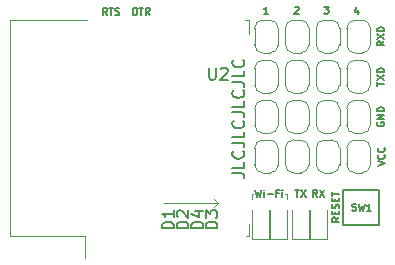
<source format=gbr>
%TF.GenerationSoftware,KiCad,Pcbnew,5.1.9*%
%TF.CreationDate,2021-01-20T22:35:35+01:00*%
%TF.ProjectId,wi-se-rewirable,77692d73-652d-4726-9577-697261626c65,rev?*%
%TF.SameCoordinates,Original*%
%TF.FileFunction,Legend,Top*%
%TF.FilePolarity,Positive*%
%FSLAX46Y46*%
G04 Gerber Fmt 4.6, Leading zero omitted, Abs format (unit mm)*
G04 Created by KiCad (PCBNEW 5.1.9) date 2021-01-20 22:35:35*
%MOMM*%
%LPD*%
G01*
G04 APERTURE LIST*
%ADD10C,0.150000*%
%ADD11C,0.120000*%
%ADD12C,0.100000*%
G04 APERTURE END LIST*
D10*
X115027380Y-80269047D02*
X115741666Y-80269047D01*
X115884523Y-80316666D01*
X115979761Y-80411904D01*
X116027380Y-80554761D01*
X116027380Y-80650000D01*
X116027380Y-79316666D02*
X116027380Y-79792857D01*
X115027380Y-79792857D01*
X115932142Y-78411904D02*
X115979761Y-78459523D01*
X116027380Y-78602380D01*
X116027380Y-78697619D01*
X115979761Y-78840476D01*
X115884523Y-78935714D01*
X115789285Y-78983333D01*
X115598809Y-79030952D01*
X115455952Y-79030952D01*
X115265476Y-78983333D01*
X115170238Y-78935714D01*
X115075000Y-78840476D01*
X115027380Y-78697619D01*
X115027380Y-78602380D01*
X115075000Y-78459523D01*
X115122619Y-78411904D01*
X115027380Y-77697619D02*
X115741666Y-77697619D01*
X115884523Y-77745238D01*
X115979761Y-77840476D01*
X116027380Y-77983333D01*
X116027380Y-78078571D01*
X116027380Y-76745238D02*
X116027380Y-77221428D01*
X115027380Y-77221428D01*
X115932142Y-75840476D02*
X115979761Y-75888095D01*
X116027380Y-76030952D01*
X116027380Y-76126190D01*
X115979761Y-76269047D01*
X115884523Y-76364285D01*
X115789285Y-76411904D01*
X115598809Y-76459523D01*
X115455952Y-76459523D01*
X115265476Y-76411904D01*
X115170238Y-76364285D01*
X115075000Y-76269047D01*
X115027380Y-76126190D01*
X115027380Y-76030952D01*
X115075000Y-75888095D01*
X115122619Y-75840476D01*
X115027380Y-75126190D02*
X115741666Y-75126190D01*
X115884523Y-75173809D01*
X115979761Y-75269047D01*
X116027380Y-75411904D01*
X116027380Y-75507142D01*
X116027380Y-74173809D02*
X116027380Y-74650000D01*
X115027380Y-74650000D01*
X115932142Y-73269047D02*
X115979761Y-73316666D01*
X116027380Y-73459523D01*
X116027380Y-73554761D01*
X115979761Y-73697619D01*
X115884523Y-73792857D01*
X115789285Y-73840476D01*
X115598809Y-73888095D01*
X115455952Y-73888095D01*
X115265476Y-73840476D01*
X115170238Y-73792857D01*
X115075000Y-73697619D01*
X115027380Y-73554761D01*
X115027380Y-73459523D01*
X115075000Y-73316666D01*
X115122619Y-73269047D01*
X115027380Y-72554761D02*
X115741666Y-72554761D01*
X115884523Y-72602380D01*
X115979761Y-72697619D01*
X116027380Y-72840476D01*
X116027380Y-72935714D01*
X116027380Y-71602380D02*
X116027380Y-72078571D01*
X115027380Y-72078571D01*
X115932142Y-70697619D02*
X115979761Y-70745238D01*
X116027380Y-70888095D01*
X116027380Y-70983333D01*
X115979761Y-71126190D01*
X115884523Y-71221428D01*
X115789285Y-71269047D01*
X115598809Y-71316666D01*
X115455952Y-71316666D01*
X115265476Y-71269047D01*
X115170238Y-71221428D01*
X115075000Y-71126190D01*
X115027380Y-70983333D01*
X115027380Y-70888095D01*
X115075000Y-70745238D01*
X115122619Y-70697619D01*
D11*
X113800000Y-82800000D02*
X113450000Y-83150000D01*
X113800000Y-82800000D02*
X113450000Y-82450000D01*
X109200000Y-82800000D02*
X113800000Y-82800000D01*
D10*
X124046428Y-84021428D02*
X123760714Y-84221428D01*
X124046428Y-84364285D02*
X123446428Y-84364285D01*
X123446428Y-84135714D01*
X123475000Y-84078571D01*
X123503571Y-84050000D01*
X123560714Y-84021428D01*
X123646428Y-84021428D01*
X123703571Y-84050000D01*
X123732142Y-84078571D01*
X123760714Y-84135714D01*
X123760714Y-84364285D01*
X123732142Y-83764285D02*
X123732142Y-83564285D01*
X124046428Y-83478571D02*
X124046428Y-83764285D01*
X123446428Y-83764285D01*
X123446428Y-83478571D01*
X124017857Y-83250000D02*
X124046428Y-83164285D01*
X124046428Y-83021428D01*
X124017857Y-82964285D01*
X123989285Y-82935714D01*
X123932142Y-82907142D01*
X123875000Y-82907142D01*
X123817857Y-82935714D01*
X123789285Y-82964285D01*
X123760714Y-83021428D01*
X123732142Y-83135714D01*
X123703571Y-83192857D01*
X123675000Y-83221428D01*
X123617857Y-83250000D01*
X123560714Y-83250000D01*
X123503571Y-83221428D01*
X123475000Y-83192857D01*
X123446428Y-83135714D01*
X123446428Y-82992857D01*
X123475000Y-82907142D01*
X123732142Y-82650000D02*
X123732142Y-82450000D01*
X124046428Y-82364285D02*
X124046428Y-82650000D01*
X123446428Y-82650000D01*
X123446428Y-82364285D01*
X123446428Y-82192857D02*
X123446428Y-81850000D01*
X124046428Y-82021428D02*
X123446428Y-82021428D01*
X122200000Y-82271428D02*
X122000000Y-81985714D01*
X121857142Y-82271428D02*
X121857142Y-81671428D01*
X122085714Y-81671428D01*
X122142857Y-81700000D01*
X122171428Y-81728571D01*
X122200000Y-81785714D01*
X122200000Y-81871428D01*
X122171428Y-81928571D01*
X122142857Y-81957142D01*
X122085714Y-81985714D01*
X121857142Y-81985714D01*
X122400000Y-81671428D02*
X122800000Y-82271428D01*
X122800000Y-81671428D02*
X122400000Y-82271428D01*
X120342857Y-81671428D02*
X120685714Y-81671428D01*
X120514285Y-82271428D02*
X120514285Y-81671428D01*
X120828571Y-81671428D02*
X121228571Y-82271428D01*
X121228571Y-81671428D02*
X120828571Y-82271428D01*
D11*
X116700000Y-82050000D02*
X116700000Y-82450000D01*
X116800000Y-82050000D02*
X116700000Y-82050000D01*
X119650000Y-82050000D02*
X119650000Y-82450000D01*
X119500000Y-82050000D02*
X119650000Y-82050000D01*
D10*
X106614285Y-66871428D02*
X106614285Y-66271428D01*
X106757142Y-66271428D01*
X106842857Y-66300000D01*
X106900000Y-66357142D01*
X106928571Y-66414285D01*
X106957142Y-66528571D01*
X106957142Y-66614285D01*
X106928571Y-66728571D01*
X106900000Y-66785714D01*
X106842857Y-66842857D01*
X106757142Y-66871428D01*
X106614285Y-66871428D01*
X107128571Y-66271428D02*
X107471428Y-66271428D01*
X107300000Y-66871428D02*
X107300000Y-66271428D01*
X108014285Y-66871428D02*
X107814285Y-66585714D01*
X107671428Y-66871428D02*
X107671428Y-66271428D01*
X107900000Y-66271428D01*
X107957142Y-66300000D01*
X107985714Y-66328571D01*
X108014285Y-66385714D01*
X108014285Y-66471428D01*
X107985714Y-66528571D01*
X107957142Y-66557142D01*
X107900000Y-66585714D01*
X107671428Y-66585714D01*
X104421428Y-66871428D02*
X104221428Y-66585714D01*
X104078571Y-66871428D02*
X104078571Y-66271428D01*
X104307142Y-66271428D01*
X104364285Y-66300000D01*
X104392857Y-66328571D01*
X104421428Y-66385714D01*
X104421428Y-66471428D01*
X104392857Y-66528571D01*
X104364285Y-66557142D01*
X104307142Y-66585714D01*
X104078571Y-66585714D01*
X104592857Y-66271428D02*
X104935714Y-66271428D01*
X104764285Y-66871428D02*
X104764285Y-66271428D01*
X105107142Y-66842857D02*
X105192857Y-66871428D01*
X105335714Y-66871428D01*
X105392857Y-66842857D01*
X105421428Y-66814285D01*
X105450000Y-66757142D01*
X105450000Y-66700000D01*
X105421428Y-66642857D01*
X105392857Y-66614285D01*
X105335714Y-66585714D01*
X105221428Y-66557142D01*
X105164285Y-66528571D01*
X105135714Y-66500000D01*
X105107142Y-66442857D01*
X105107142Y-66385714D01*
X105135714Y-66328571D01*
X105164285Y-66300000D01*
X105221428Y-66271428D01*
X105364285Y-66271428D01*
X105450000Y-66300000D01*
X125664285Y-66421428D02*
X125664285Y-66821428D01*
X125521428Y-66192857D02*
X125378571Y-66621428D01*
X125750000Y-66621428D01*
X122800000Y-66171428D02*
X123171428Y-66171428D01*
X122971428Y-66400000D01*
X123057142Y-66400000D01*
X123114285Y-66428571D01*
X123142857Y-66457142D01*
X123171428Y-66514285D01*
X123171428Y-66657142D01*
X123142857Y-66714285D01*
X123114285Y-66742857D01*
X123057142Y-66771428D01*
X122885714Y-66771428D01*
X122828571Y-66742857D01*
X122800000Y-66714285D01*
X120278571Y-66228571D02*
X120307142Y-66200000D01*
X120364285Y-66171428D01*
X120507142Y-66171428D01*
X120564285Y-66200000D01*
X120592857Y-66228571D01*
X120621428Y-66285714D01*
X120621428Y-66342857D01*
X120592857Y-66428571D01*
X120250000Y-66771428D01*
X120621428Y-66771428D01*
X118071428Y-66771428D02*
X117728571Y-66771428D01*
X117900000Y-66771428D02*
X117900000Y-66171428D01*
X117842857Y-66257142D01*
X117785714Y-66314285D01*
X117728571Y-66342857D01*
X127871428Y-69100000D02*
X127585714Y-69300000D01*
X127871428Y-69442857D02*
X127271428Y-69442857D01*
X127271428Y-69214285D01*
X127300000Y-69157142D01*
X127328571Y-69128571D01*
X127385714Y-69100000D01*
X127471428Y-69100000D01*
X127528571Y-69128571D01*
X127557142Y-69157142D01*
X127585714Y-69214285D01*
X127585714Y-69442857D01*
X127271428Y-68900000D02*
X127871428Y-68500000D01*
X127271428Y-68500000D02*
X127871428Y-68900000D01*
X127871428Y-68271428D02*
X127271428Y-68271428D01*
X127271428Y-68128571D01*
X127300000Y-68042857D01*
X127357142Y-67985714D01*
X127414285Y-67957142D01*
X127528571Y-67928571D01*
X127614285Y-67928571D01*
X127728571Y-67957142D01*
X127785714Y-67985714D01*
X127842857Y-68042857D01*
X127871428Y-68128571D01*
X127871428Y-68271428D01*
X127271428Y-72857142D02*
X127271428Y-72514285D01*
X127871428Y-72685714D02*
X127271428Y-72685714D01*
X127271428Y-72371428D02*
X127871428Y-71971428D01*
X127271428Y-71971428D02*
X127871428Y-72371428D01*
X127871428Y-71742857D02*
X127271428Y-71742857D01*
X127271428Y-71600000D01*
X127300000Y-71514285D01*
X127357142Y-71457142D01*
X127414285Y-71428571D01*
X127528571Y-71400000D01*
X127614285Y-71400000D01*
X127728571Y-71428571D01*
X127785714Y-71457142D01*
X127842857Y-71514285D01*
X127871428Y-71600000D01*
X127871428Y-71742857D01*
X127300000Y-75957142D02*
X127271428Y-76014285D01*
X127271428Y-76100000D01*
X127300000Y-76185714D01*
X127357142Y-76242857D01*
X127414285Y-76271428D01*
X127528571Y-76300000D01*
X127614285Y-76300000D01*
X127728571Y-76271428D01*
X127785714Y-76242857D01*
X127842857Y-76185714D01*
X127871428Y-76100000D01*
X127871428Y-76042857D01*
X127842857Y-75957142D01*
X127814285Y-75928571D01*
X127614285Y-75928571D01*
X127614285Y-76042857D01*
X127871428Y-75671428D02*
X127271428Y-75671428D01*
X127871428Y-75328571D01*
X127271428Y-75328571D01*
X127871428Y-75042857D02*
X127271428Y-75042857D01*
X127271428Y-74900000D01*
X127300000Y-74814285D01*
X127357142Y-74757142D01*
X127414285Y-74728571D01*
X127528571Y-74700000D01*
X127614285Y-74700000D01*
X127728571Y-74728571D01*
X127785714Y-74757142D01*
X127842857Y-74814285D01*
X127871428Y-74900000D01*
X127871428Y-75042857D01*
X127321428Y-79650000D02*
X127921428Y-79450000D01*
X127321428Y-79250000D01*
X127864285Y-78707142D02*
X127892857Y-78735714D01*
X127921428Y-78821428D01*
X127921428Y-78878571D01*
X127892857Y-78964285D01*
X127835714Y-79021428D01*
X127778571Y-79050000D01*
X127664285Y-79078571D01*
X127578571Y-79078571D01*
X127464285Y-79050000D01*
X127407142Y-79021428D01*
X127350000Y-78964285D01*
X127321428Y-78878571D01*
X127321428Y-78821428D01*
X127350000Y-78735714D01*
X127378571Y-78707142D01*
X127864285Y-78107142D02*
X127892857Y-78135714D01*
X127921428Y-78221428D01*
X127921428Y-78278571D01*
X127892857Y-78364285D01*
X127835714Y-78421428D01*
X127778571Y-78450000D01*
X127664285Y-78478571D01*
X127578571Y-78478571D01*
X127464285Y-78450000D01*
X127407142Y-78421428D01*
X127350000Y-78364285D01*
X127321428Y-78278571D01*
X127321428Y-78221428D01*
X127350000Y-78135714D01*
X127378571Y-78107142D01*
X116964571Y-81671428D02*
X117107428Y-82271428D01*
X117221714Y-81842857D01*
X117336000Y-82271428D01*
X117478857Y-81671428D01*
X117707428Y-82271428D02*
X117707428Y-81871428D01*
X117707428Y-81671428D02*
X117678857Y-81700000D01*
X117707428Y-81728571D01*
X117736000Y-81700000D01*
X117707428Y-81671428D01*
X117707428Y-81728571D01*
X117993142Y-82042857D02*
X118450285Y-82042857D01*
X118936000Y-81957142D02*
X118736000Y-81957142D01*
X118736000Y-82271428D02*
X118736000Y-81671428D01*
X119021714Y-81671428D01*
X119250285Y-82271428D02*
X119250285Y-81871428D01*
X119250285Y-81671428D02*
X119221714Y-81700000D01*
X119250285Y-81728571D01*
X119278857Y-81700000D01*
X119250285Y-81671428D01*
X119250285Y-81728571D01*
%TO.C,SW1*%
X124425000Y-81700000D02*
X124425000Y-84700000D01*
X127425000Y-81700000D02*
X127425000Y-84700000D01*
X124425000Y-84700000D02*
X127425000Y-84700000D01*
X127425000Y-81700000D02*
X124425000Y-81700000D01*
D11*
%TO.C,D1*%
X118135000Y-85860000D02*
X118135000Y-83400000D01*
X116665000Y-85860000D02*
X118135000Y-85860000D01*
X116665000Y-83400000D02*
X116665000Y-85860000D01*
%TO.C,D2*%
X118165000Y-83400000D02*
X118165000Y-85860000D01*
X118165000Y-85860000D02*
X119635000Y-85860000D01*
X119635000Y-85860000D02*
X119635000Y-83400000D01*
%TO.C,D3*%
X123035000Y-85860000D02*
X123035000Y-83400000D01*
X121565000Y-85860000D02*
X123035000Y-85860000D01*
X121565000Y-83400000D02*
X121565000Y-85860000D01*
%TO.C,D4*%
X120065000Y-83400000D02*
X120065000Y-85860000D01*
X120065000Y-85860000D02*
X121535000Y-85860000D01*
X121535000Y-85860000D02*
X121535000Y-83400000D01*
%TO.C,JP1*%
X118900000Y-78150000D02*
X118900000Y-79550000D01*
X118200000Y-80250000D02*
X117600000Y-80250000D01*
X116900000Y-79550000D02*
X116900000Y-78150000D01*
X117600000Y-77450000D02*
X118200000Y-77450000D01*
X118200000Y-77450000D02*
G75*
G02*
X118900000Y-78150000I0J-700000D01*
G01*
X116900000Y-78150000D02*
G75*
G02*
X117600000Y-77450000I700000J0D01*
G01*
X117600000Y-80250000D02*
G75*
G02*
X116900000Y-79550000I0J700000D01*
G01*
X118900000Y-79550000D02*
G75*
G02*
X118200000Y-80250000I-700000J0D01*
G01*
%TO.C,JP2*%
X120200000Y-77450000D02*
X120800000Y-77450000D01*
X119500000Y-79550000D02*
X119500000Y-78150000D01*
X120800000Y-80250000D02*
X120200000Y-80250000D01*
X121500000Y-78150000D02*
X121500000Y-79550000D01*
X121500000Y-79550000D02*
G75*
G02*
X120800000Y-80250000I-700000J0D01*
G01*
X120200000Y-80250000D02*
G75*
G02*
X119500000Y-79550000I0J700000D01*
G01*
X119500000Y-78150000D02*
G75*
G02*
X120200000Y-77450000I700000J0D01*
G01*
X120800000Y-77450000D02*
G75*
G02*
X121500000Y-78150000I0J-700000D01*
G01*
%TO.C,JP3*%
X122800000Y-77450000D02*
X123400000Y-77450000D01*
X122100000Y-79550000D02*
X122100000Y-78150000D01*
X123400000Y-80250000D02*
X122800000Y-80250000D01*
X124100000Y-78150000D02*
X124100000Y-79550000D01*
X124100000Y-79550000D02*
G75*
G02*
X123400000Y-80250000I-700000J0D01*
G01*
X122800000Y-80250000D02*
G75*
G02*
X122100000Y-79550000I0J700000D01*
G01*
X122100000Y-78150000D02*
G75*
G02*
X122800000Y-77450000I700000J0D01*
G01*
X123400000Y-77450000D02*
G75*
G02*
X124100000Y-78150000I0J-700000D01*
G01*
%TO.C,JP4*%
X126700000Y-78150000D02*
X126700000Y-79550000D01*
X126000000Y-80250000D02*
X125400000Y-80250000D01*
X124700000Y-79550000D02*
X124700000Y-78150000D01*
X125400000Y-77450000D02*
X126000000Y-77450000D01*
X126000000Y-77450000D02*
G75*
G02*
X126700000Y-78150000I0J-700000D01*
G01*
X124700000Y-78150000D02*
G75*
G02*
X125400000Y-77450000I700000J0D01*
G01*
X125400000Y-80250000D02*
G75*
G02*
X124700000Y-79550000I0J700000D01*
G01*
X126700000Y-79550000D02*
G75*
G02*
X126000000Y-80250000I-700000J0D01*
G01*
%TO.C,JP5*%
X118900000Y-68000000D02*
X118900000Y-69400000D01*
X118200000Y-70100000D02*
X117600000Y-70100000D01*
X116900000Y-69400000D02*
X116900000Y-68000000D01*
X117600000Y-67300000D02*
X118200000Y-67300000D01*
X118200000Y-67300000D02*
G75*
G02*
X118900000Y-68000000I0J-700000D01*
G01*
X116900000Y-68000000D02*
G75*
G02*
X117600000Y-67300000I700000J0D01*
G01*
X117600000Y-70100000D02*
G75*
G02*
X116900000Y-69400000I0J700000D01*
G01*
X118900000Y-69400000D02*
G75*
G02*
X118200000Y-70100000I-700000J0D01*
G01*
%TO.C,JP6*%
X121500000Y-68000000D02*
X121500000Y-69400000D01*
X120800000Y-70100000D02*
X120200000Y-70100000D01*
X119500000Y-69400000D02*
X119500000Y-68000000D01*
X120200000Y-67300000D02*
X120800000Y-67300000D01*
X120800000Y-67300000D02*
G75*
G02*
X121500000Y-68000000I0J-700000D01*
G01*
X119500000Y-68000000D02*
G75*
G02*
X120200000Y-67300000I700000J0D01*
G01*
X120200000Y-70100000D02*
G75*
G02*
X119500000Y-69400000I0J700000D01*
G01*
X121500000Y-69400000D02*
G75*
G02*
X120800000Y-70100000I-700000J0D01*
G01*
%TO.C,JP7*%
X124100000Y-68000000D02*
X124100000Y-69400000D01*
X123400000Y-70100000D02*
X122800000Y-70100000D01*
X122100000Y-69400000D02*
X122100000Y-68000000D01*
X122800000Y-67300000D02*
X123400000Y-67300000D01*
X123400000Y-67300000D02*
G75*
G02*
X124100000Y-68000000I0J-700000D01*
G01*
X122100000Y-68000000D02*
G75*
G02*
X122800000Y-67300000I700000J0D01*
G01*
X122800000Y-70100000D02*
G75*
G02*
X122100000Y-69400000I0J700000D01*
G01*
X124100000Y-69400000D02*
G75*
G02*
X123400000Y-70100000I-700000J0D01*
G01*
%TO.C,JP8*%
X125400000Y-67300000D02*
X126000000Y-67300000D01*
X124700000Y-69400000D02*
X124700000Y-68000000D01*
X126000000Y-70100000D02*
X125400000Y-70100000D01*
X126700000Y-68000000D02*
X126700000Y-69400000D01*
X126700000Y-69400000D02*
G75*
G02*
X126000000Y-70100000I-700000J0D01*
G01*
X125400000Y-70100000D02*
G75*
G02*
X124700000Y-69400000I0J700000D01*
G01*
X124700000Y-68000000D02*
G75*
G02*
X125400000Y-67300000I700000J0D01*
G01*
X126000000Y-67300000D02*
G75*
G02*
X126700000Y-68000000I0J-700000D01*
G01*
%TO.C,JP9*%
X117600000Y-70700000D02*
X118200000Y-70700000D01*
X116900000Y-72800000D02*
X116900000Y-71400000D01*
X118200000Y-73500000D02*
X117600000Y-73500000D01*
X118900000Y-71400000D02*
X118900000Y-72800000D01*
X118900000Y-72800000D02*
G75*
G02*
X118200000Y-73500000I-700000J0D01*
G01*
X117600000Y-73500000D02*
G75*
G02*
X116900000Y-72800000I0J700000D01*
G01*
X116900000Y-71400000D02*
G75*
G02*
X117600000Y-70700000I700000J0D01*
G01*
X118200000Y-70700000D02*
G75*
G02*
X118900000Y-71400000I0J-700000D01*
G01*
%TO.C,JP10*%
X120200000Y-70700000D02*
X120800000Y-70700000D01*
X119500000Y-72800000D02*
X119500000Y-71400000D01*
X120800000Y-73500000D02*
X120200000Y-73500000D01*
X121500000Y-71400000D02*
X121500000Y-72800000D01*
X121500000Y-72800000D02*
G75*
G02*
X120800000Y-73500000I-700000J0D01*
G01*
X120200000Y-73500000D02*
G75*
G02*
X119500000Y-72800000I0J700000D01*
G01*
X119500000Y-71400000D02*
G75*
G02*
X120200000Y-70700000I700000J0D01*
G01*
X120800000Y-70700000D02*
G75*
G02*
X121500000Y-71400000I0J-700000D01*
G01*
%TO.C,JP11*%
X122800000Y-70700000D02*
X123400000Y-70700000D01*
X122100000Y-72800000D02*
X122100000Y-71400000D01*
X123400000Y-73500000D02*
X122800000Y-73500000D01*
X124100000Y-71400000D02*
X124100000Y-72800000D01*
X124100000Y-72800000D02*
G75*
G02*
X123400000Y-73500000I-700000J0D01*
G01*
X122800000Y-73500000D02*
G75*
G02*
X122100000Y-72800000I0J700000D01*
G01*
X122100000Y-71400000D02*
G75*
G02*
X122800000Y-70700000I700000J0D01*
G01*
X123400000Y-70700000D02*
G75*
G02*
X124100000Y-71400000I0J-700000D01*
G01*
%TO.C,JP12*%
X126700000Y-71400000D02*
X126700000Y-72800000D01*
X126000000Y-73500000D02*
X125400000Y-73500000D01*
X124700000Y-72800000D02*
X124700000Y-71400000D01*
X125400000Y-70700000D02*
X126000000Y-70700000D01*
X126000000Y-70700000D02*
G75*
G02*
X126700000Y-71400000I0J-700000D01*
G01*
X124700000Y-71400000D02*
G75*
G02*
X125400000Y-70700000I700000J0D01*
G01*
X125400000Y-73500000D02*
G75*
G02*
X124700000Y-72800000I0J700000D01*
G01*
X126700000Y-72800000D02*
G75*
G02*
X126000000Y-73500000I-700000J0D01*
G01*
%TO.C,JP13*%
X118900000Y-74800000D02*
X118900000Y-76200000D01*
X118200000Y-76900000D02*
X117600000Y-76900000D01*
X116900000Y-76200000D02*
X116900000Y-74800000D01*
X117600000Y-74100000D02*
X118200000Y-74100000D01*
X118200000Y-74100000D02*
G75*
G02*
X118900000Y-74800000I0J-700000D01*
G01*
X116900000Y-74800000D02*
G75*
G02*
X117600000Y-74100000I700000J0D01*
G01*
X117600000Y-76900000D02*
G75*
G02*
X116900000Y-76200000I0J700000D01*
G01*
X118900000Y-76200000D02*
G75*
G02*
X118200000Y-76900000I-700000J0D01*
G01*
%TO.C,JP14*%
X121500000Y-74800000D02*
X121500000Y-76200000D01*
X120800000Y-76900000D02*
X120200000Y-76900000D01*
X119500000Y-76200000D02*
X119500000Y-74800000D01*
X120200000Y-74100000D02*
X120800000Y-74100000D01*
X120800000Y-74100000D02*
G75*
G02*
X121500000Y-74800000I0J-700000D01*
G01*
X119500000Y-74800000D02*
G75*
G02*
X120200000Y-74100000I700000J0D01*
G01*
X120200000Y-76900000D02*
G75*
G02*
X119500000Y-76200000I0J700000D01*
G01*
X121500000Y-76200000D02*
G75*
G02*
X120800000Y-76900000I-700000J0D01*
G01*
%TO.C,JP15*%
X122800000Y-74100000D02*
X123400000Y-74100000D01*
X122100000Y-76200000D02*
X122100000Y-74800000D01*
X123400000Y-76900000D02*
X122800000Y-76900000D01*
X124100000Y-74800000D02*
X124100000Y-76200000D01*
X124100000Y-76200000D02*
G75*
G02*
X123400000Y-76900000I-700000J0D01*
G01*
X122800000Y-76900000D02*
G75*
G02*
X122100000Y-76200000I0J700000D01*
G01*
X122100000Y-74800000D02*
G75*
G02*
X122800000Y-74100000I700000J0D01*
G01*
X123400000Y-74100000D02*
G75*
G02*
X124100000Y-74800000I0J-700000D01*
G01*
%TO.C,JP16*%
X125400000Y-74100000D02*
X126000000Y-74100000D01*
X124700000Y-76200000D02*
X124700000Y-74800000D01*
X126000000Y-76900000D02*
X125400000Y-76900000D01*
X126700000Y-74800000D02*
X126700000Y-76200000D01*
X126700000Y-76200000D02*
G75*
G02*
X126000000Y-76900000I-700000J0D01*
G01*
X125400000Y-76900000D02*
G75*
G02*
X124700000Y-76200000I0J700000D01*
G01*
X124700000Y-74800000D02*
G75*
G02*
X125400000Y-74100000I700000J0D01*
G01*
X126000000Y-74100000D02*
G75*
G02*
X126700000Y-74800000I0J-700000D01*
G01*
D12*
%TO.C,U2*%
X102510000Y-85580000D02*
X102510000Y-87460000D01*
X96190000Y-85580000D02*
X102510000Y-85580000D01*
X96190000Y-67340000D02*
X102710000Y-67340000D01*
X96190000Y-85580000D02*
X96190000Y-67340000D01*
X116430000Y-68460000D02*
X116430000Y-67340000D01*
X116110000Y-67340000D02*
X116410000Y-67340000D01*
X116430000Y-85580000D02*
X116430000Y-84560000D01*
X116210000Y-85580000D02*
X116430000Y-85580000D01*
%TO.C,SW1*%
D10*
X125175000Y-83417857D02*
X125260714Y-83446428D01*
X125403571Y-83446428D01*
X125460714Y-83417857D01*
X125489285Y-83389285D01*
X125517857Y-83332142D01*
X125517857Y-83275000D01*
X125489285Y-83217857D01*
X125460714Y-83189285D01*
X125403571Y-83160714D01*
X125289285Y-83132142D01*
X125232142Y-83103571D01*
X125203571Y-83075000D01*
X125175000Y-83017857D01*
X125175000Y-82960714D01*
X125203571Y-82903571D01*
X125232142Y-82875000D01*
X125289285Y-82846428D01*
X125432142Y-82846428D01*
X125517857Y-82875000D01*
X125717857Y-82846428D02*
X125860714Y-83446428D01*
X125975000Y-83017857D01*
X126089285Y-83446428D01*
X126232142Y-82846428D01*
X126775000Y-83446428D02*
X126432142Y-83446428D01*
X126603571Y-83446428D02*
X126603571Y-82846428D01*
X126546428Y-82932142D01*
X126489285Y-82989285D01*
X126432142Y-83017857D01*
%TO.C,D1*%
X110052380Y-84938095D02*
X109052380Y-84938095D01*
X109052380Y-84700000D01*
X109100000Y-84557142D01*
X109195238Y-84461904D01*
X109290476Y-84414285D01*
X109480952Y-84366666D01*
X109623809Y-84366666D01*
X109814285Y-84414285D01*
X109909523Y-84461904D01*
X110004761Y-84557142D01*
X110052380Y-84700000D01*
X110052380Y-84938095D01*
X110052380Y-83414285D02*
X110052380Y-83985714D01*
X110052380Y-83700000D02*
X109052380Y-83700000D01*
X109195238Y-83795238D01*
X109290476Y-83890476D01*
X109338095Y-83985714D01*
%TO.C,D2*%
X111302380Y-84938095D02*
X110302380Y-84938095D01*
X110302380Y-84700000D01*
X110350000Y-84557142D01*
X110445238Y-84461904D01*
X110540476Y-84414285D01*
X110730952Y-84366666D01*
X110873809Y-84366666D01*
X111064285Y-84414285D01*
X111159523Y-84461904D01*
X111254761Y-84557142D01*
X111302380Y-84700000D01*
X111302380Y-84938095D01*
X110397619Y-83985714D02*
X110350000Y-83938095D01*
X110302380Y-83842857D01*
X110302380Y-83604761D01*
X110350000Y-83509523D01*
X110397619Y-83461904D01*
X110492857Y-83414285D01*
X110588095Y-83414285D01*
X110730952Y-83461904D01*
X111302380Y-84033333D01*
X111302380Y-83414285D01*
%TO.C,D3*%
X113752380Y-84938095D02*
X112752380Y-84938095D01*
X112752380Y-84700000D01*
X112800000Y-84557142D01*
X112895238Y-84461904D01*
X112990476Y-84414285D01*
X113180952Y-84366666D01*
X113323809Y-84366666D01*
X113514285Y-84414285D01*
X113609523Y-84461904D01*
X113704761Y-84557142D01*
X113752380Y-84700000D01*
X113752380Y-84938095D01*
X112752380Y-84033333D02*
X112752380Y-83414285D01*
X113133333Y-83747619D01*
X113133333Y-83604761D01*
X113180952Y-83509523D01*
X113228571Y-83461904D01*
X113323809Y-83414285D01*
X113561904Y-83414285D01*
X113657142Y-83461904D01*
X113704761Y-83509523D01*
X113752380Y-83604761D01*
X113752380Y-83890476D01*
X113704761Y-83985714D01*
X113657142Y-84033333D01*
%TO.C,D4*%
X112552380Y-84938095D02*
X111552380Y-84938095D01*
X111552380Y-84700000D01*
X111600000Y-84557142D01*
X111695238Y-84461904D01*
X111790476Y-84414285D01*
X111980952Y-84366666D01*
X112123809Y-84366666D01*
X112314285Y-84414285D01*
X112409523Y-84461904D01*
X112504761Y-84557142D01*
X112552380Y-84700000D01*
X112552380Y-84938095D01*
X111885714Y-83509523D02*
X112552380Y-83509523D01*
X111504761Y-83747619D02*
X112219047Y-83985714D01*
X112219047Y-83366666D01*
%TO.C,U2*%
X113038095Y-71352380D02*
X113038095Y-72161904D01*
X113085714Y-72257142D01*
X113133333Y-72304761D01*
X113228571Y-72352380D01*
X113419047Y-72352380D01*
X113514285Y-72304761D01*
X113561904Y-72257142D01*
X113609523Y-72161904D01*
X113609523Y-71352380D01*
X114038095Y-71447619D02*
X114085714Y-71400000D01*
X114180952Y-71352380D01*
X114419047Y-71352380D01*
X114514285Y-71400000D01*
X114561904Y-71447619D01*
X114609523Y-71542857D01*
X114609523Y-71638095D01*
X114561904Y-71780952D01*
X113990476Y-72352380D01*
X114609523Y-72352380D01*
%TD*%
M02*

</source>
